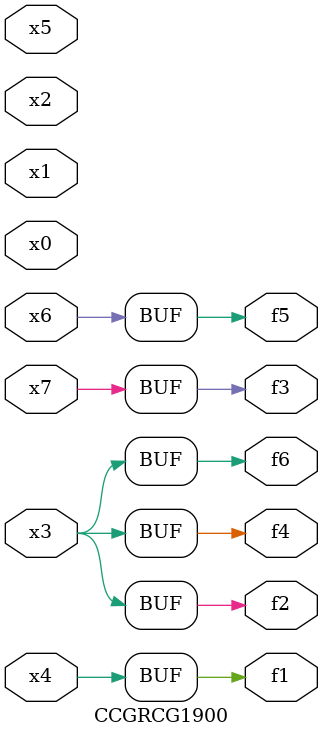
<source format=v>
module CCGRCG1900(
	input x0, x1, x2, x3, x4, x5, x6, x7,
	output f1, f2, f3, f4, f5, f6
);
	assign f1 = x4;
	assign f2 = x3;
	assign f3 = x7;
	assign f4 = x3;
	assign f5 = x6;
	assign f6 = x3;
endmodule

</source>
